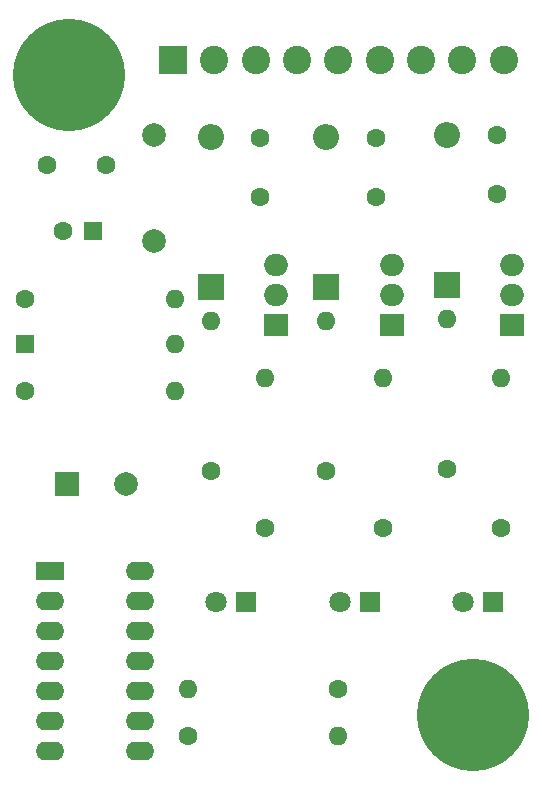
<source format=gbr>
%TF.GenerationSoftware,KiCad,Pcbnew,(6.0.5)*%
%TF.CreationDate,2024-08-08T10:41:33-06:00*%
%TF.ProjectId,oil-lamp-safety,6f696c2d-6c61-46d7-902d-736166657479,v0.1*%
%TF.SameCoordinates,Original*%
%TF.FileFunction,Soldermask,Top*%
%TF.FilePolarity,Negative*%
%FSLAX46Y46*%
G04 Gerber Fmt 4.6, Leading zero omitted, Abs format (unit mm)*
G04 Created by KiCad (PCBNEW (6.0.5)) date 2024-08-08 10:41:33*
%MOMM*%
%LPD*%
G01*
G04 APERTURE LIST*
%ADD10C,9.500000*%
%ADD11R,1.800000X1.800000*%
%ADD12C,1.800000*%
%ADD13R,2.400000X1.600000*%
%ADD14O,2.400000X1.600000*%
%ADD15O,1.600000X1.600000*%
%ADD16C,1.600000*%
%ADD17R,2.000000X1.905000*%
%ADD18O,2.000000X1.905000*%
%ADD19R,2.400000X2.400000*%
%ADD20C,2.400000*%
%ADD21C,2.000000*%
%ADD22R,2.200000X2.200000*%
%ADD23O,2.200000X2.200000*%
%ADD24R,1.600000X1.600000*%
%ADD25R,2.000000X2.000000*%
G04 APERTURE END LIST*
D10*
%TO.C,REF\u002A\u002A*%
X119600000Y-119600000D03*
%TD*%
%TO.C,REF\u002A\u002A*%
X85400000Y-65400000D03*
%TD*%
D11*
%TO.C,D4*%
X100400000Y-110000000D03*
D12*
X97860000Y-110000000D03*
%TD*%
D11*
%TO.C,D3*%
X110875000Y-110000000D03*
D12*
X108335000Y-110000000D03*
%TD*%
D11*
%TO.C,D2*%
X121275000Y-110000000D03*
D12*
X118735000Y-110000000D03*
%TD*%
D13*
%TO.C,U1*%
X83775000Y-107375000D03*
D14*
X83775000Y-109915000D03*
X83775000Y-112455000D03*
X83775000Y-114995000D03*
X83775000Y-117535000D03*
X83775000Y-120075000D03*
X83775000Y-122615000D03*
X91395000Y-122615000D03*
X91395000Y-120075000D03*
X91395000Y-117535000D03*
X91395000Y-114995000D03*
X91395000Y-112455000D03*
X91395000Y-109915000D03*
X91395000Y-107375000D03*
%TD*%
D15*
%TO.C,R10*%
X117400000Y-86050000D03*
D16*
X117400000Y-98750000D03*
%TD*%
D15*
%TO.C,R9*%
X107200000Y-86250000D03*
D16*
X107200000Y-98950000D03*
%TD*%
D15*
%TO.C,R8*%
X97400000Y-86250000D03*
D16*
X97400000Y-98950000D03*
%TD*%
D15*
%TO.C,R7*%
X102000000Y-91050000D03*
D16*
X102000000Y-103750000D03*
%TD*%
%TO.C,R6*%
X112000000Y-103750000D03*
D15*
X112000000Y-91050000D03*
%TD*%
%TO.C,R5*%
X94350000Y-92200000D03*
D16*
X81650000Y-92200000D03*
%TD*%
%TO.C,R4*%
X122000000Y-103750000D03*
D15*
X122000000Y-91050000D03*
%TD*%
D16*
%TO.C,R3*%
X95450000Y-121400000D03*
D15*
X108150000Y-121400000D03*
%TD*%
D16*
%TO.C,R2*%
X108150000Y-117400000D03*
D15*
X95450000Y-117400000D03*
%TD*%
D16*
%TO.C,R1*%
X81650000Y-84400000D03*
D15*
X94350000Y-84400000D03*
%TD*%
D17*
%TO.C,Q3*%
X122945000Y-86540000D03*
D18*
X122945000Y-84000000D03*
X122945000Y-81460000D03*
%TD*%
%TO.C,Q2*%
X112745000Y-81520000D03*
X112745000Y-84060000D03*
D17*
X112745000Y-86600000D03*
%TD*%
D18*
%TO.C,Q1*%
X102945000Y-81460000D03*
X102945000Y-84000000D03*
D17*
X102945000Y-86540000D03*
%TD*%
D19*
%TO.C,J1*%
X94200000Y-64100000D03*
D20*
X97700000Y-64100000D03*
X101200000Y-64100000D03*
X104700000Y-64100000D03*
X108200000Y-64100000D03*
X111700000Y-64100000D03*
X115200000Y-64100000D03*
X118700000Y-64100000D03*
X122200000Y-64100000D03*
%TD*%
D21*
%TO.C,FB1*%
X92600000Y-70500000D03*
X92600000Y-79500000D03*
%TD*%
D22*
%TO.C,D7*%
X117400000Y-83150000D03*
D23*
X117400000Y-70450000D03*
%TD*%
%TO.C,D6*%
X107200000Y-70650000D03*
D22*
X107200000Y-83350000D03*
%TD*%
D23*
%TO.C,D5*%
X97400000Y-70650000D03*
D22*
X97400000Y-83350000D03*
%TD*%
D15*
%TO.C,D1*%
X94350000Y-88200000D03*
D24*
X81650000Y-88200000D03*
%TD*%
D16*
%TO.C,C6*%
X121600000Y-75500000D03*
X121600000Y-70500000D03*
%TD*%
%TO.C,C5*%
X111400000Y-70700000D03*
X111400000Y-75700000D03*
%TD*%
%TO.C,C4*%
X101600000Y-70700000D03*
X101600000Y-75700000D03*
%TD*%
%TO.C,C3*%
X83500000Y-73000000D03*
X88500000Y-73000000D03*
%TD*%
D21*
%TO.C,C2*%
X90232323Y-100000000D03*
D25*
X85232323Y-100000000D03*
%TD*%
D16*
%TO.C,C1*%
X84900000Y-78600000D03*
D24*
X87400000Y-78600000D03*
%TD*%
M02*

</source>
